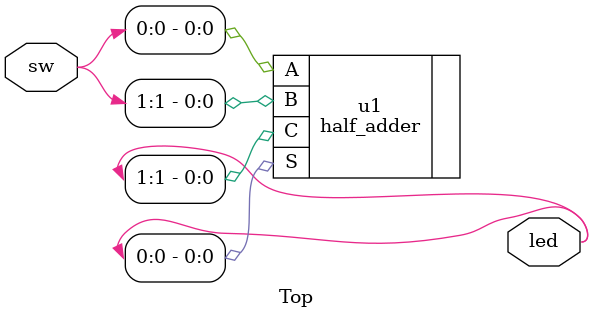
<source format=v>

module Top (
    input [1:0] sw,
    output [1:0] led
);

// Implement the HalfAdder
half_adder u1 (
    .A(sw[0]),
    .B(sw[1]),
    .S(led[0]),
    .C(led[1])
);

endmodule
</source>
